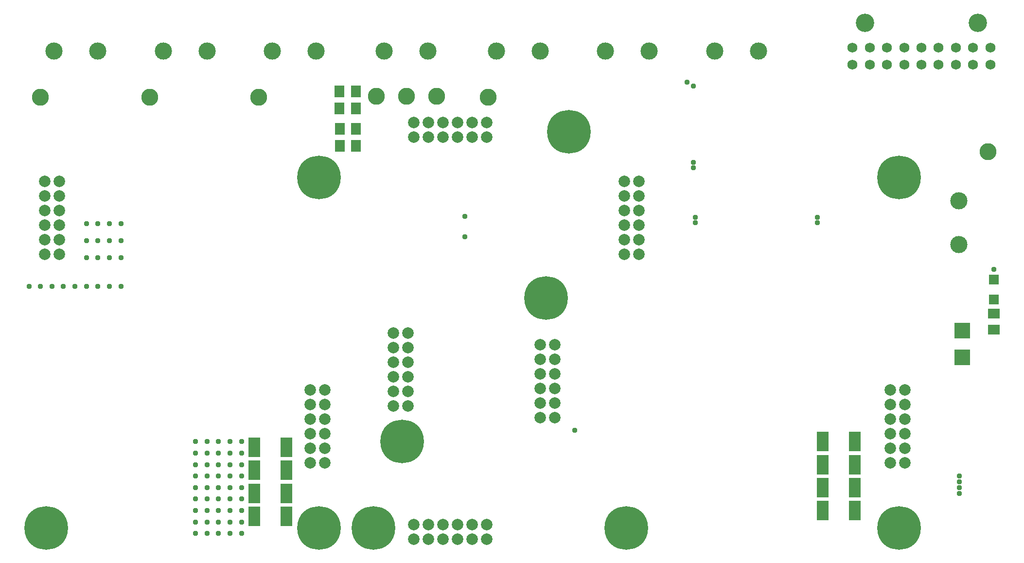
<source format=gbr>
G04 EAGLE Gerber RS-274X export*
G75*
%MOMM*%
%FSLAX34Y34*%
%LPD*%
%INSoldermask Top*%
%IPPOS*%
%AMOC8*
5,1,8,0,0,1.08239X$1,22.5*%
G01*
%ADD10C,2.984500*%
%ADD11C,1.733200*%
%ADD12C,3.203200*%
%ADD13R,1.803200X2.006200*%
%ADD14R,1.803200X2.003200*%
%ADD15R,2.743200X2.743200*%
%ADD16R,2.006200X1.803200*%
%ADD17R,1.703200X1.703200*%
%ADD18C,2.963200*%
%ADD19C,7.603200*%
%ADD20C,2.003200*%
%ADD21R,2.003200X3.403200*%
%ADD22C,0.959600*%


D10*
X330000Y880000D03*
X253800Y880000D03*
X910000Y880000D03*
X833800Y880000D03*
X140000Y880000D03*
X63800Y880000D03*
X1100000Y880000D03*
X1023800Y880000D03*
X520000Y880000D03*
X443800Y880000D03*
X1290000Y880000D03*
X1213800Y880000D03*
X1639000Y543000D03*
X1639000Y619200D03*
X715000Y880000D03*
X638800Y880000D03*
D11*
X1454000Y886500D03*
X1454000Y856500D03*
X1484000Y886500D03*
X1484000Y856500D03*
X1514000Y886500D03*
X1514000Y856500D03*
X1544000Y886500D03*
X1544000Y856500D03*
X1574000Y886500D03*
X1574000Y856500D03*
X1604000Y886500D03*
X1604000Y856500D03*
X1634000Y886500D03*
X1634000Y856500D03*
X1664000Y886500D03*
X1664000Y856500D03*
X1694000Y886500D03*
X1694000Y856500D03*
D12*
X1475600Y929500D03*
X1672400Y929500D03*
D13*
X589220Y810000D03*
X560780Y810000D03*
X589220Y780000D03*
X560780Y780000D03*
D14*
X561000Y745000D03*
X589000Y745000D03*
X561000Y715000D03*
X589000Y715000D03*
D15*
X1645000Y346505D03*
X1645000Y393495D03*
D16*
X1700000Y394780D03*
X1700000Y423220D03*
D17*
X1700000Y482500D03*
X1700000Y447500D03*
D18*
X40000Y800000D03*
X230000Y800000D03*
X820000Y800000D03*
X420000Y800000D03*
X625000Y801250D03*
X1690000Y705000D03*
X677500Y801250D03*
X730000Y801250D03*
D19*
X525000Y660000D03*
X525000Y50000D03*
X50000Y50000D03*
D20*
X47000Y653000D03*
X47000Y627600D03*
X47000Y602200D03*
X47000Y576800D03*
X47000Y551400D03*
X47000Y526000D03*
X72400Y653000D03*
X72400Y627600D03*
X72400Y602200D03*
X72400Y576800D03*
X72400Y551400D03*
X72400Y526000D03*
X510000Y290000D03*
X510000Y264600D03*
X510000Y239200D03*
X510000Y213800D03*
X510000Y188400D03*
X510000Y163000D03*
X535400Y290000D03*
X535400Y264600D03*
X535400Y239200D03*
X535400Y213800D03*
X535400Y188400D03*
X535400Y163000D03*
D19*
X1535000Y660000D03*
X1535000Y50000D03*
X1060000Y50000D03*
D20*
X1057000Y653000D03*
X1057000Y627600D03*
X1057000Y602200D03*
X1057000Y576800D03*
X1057000Y551400D03*
X1057000Y526000D03*
X1082400Y653000D03*
X1082400Y627600D03*
X1082400Y602200D03*
X1082400Y576800D03*
X1082400Y551400D03*
X1082400Y526000D03*
X1520000Y290000D03*
X1520000Y264600D03*
X1520000Y239200D03*
X1520000Y213800D03*
X1520000Y188400D03*
X1520000Y163000D03*
X1545400Y290000D03*
X1545400Y264600D03*
X1545400Y239200D03*
X1545400Y213800D03*
X1545400Y188400D03*
X1545400Y163000D03*
X910000Y242000D03*
X935400Y242000D03*
X910000Y267400D03*
X935400Y267400D03*
X910000Y292800D03*
X935400Y292800D03*
X910000Y318200D03*
X935400Y318200D03*
X910000Y343600D03*
X935400Y343600D03*
X910000Y369000D03*
X935400Y369000D03*
X680000Y389000D03*
X654600Y389000D03*
X680000Y363600D03*
X654600Y363600D03*
X680000Y338200D03*
X654600Y338200D03*
X680000Y312800D03*
X654600Y312800D03*
X680000Y287400D03*
X654600Y287400D03*
X680000Y262000D03*
X654600Y262000D03*
D19*
X920000Y450000D03*
X670000Y200000D03*
X620000Y50000D03*
X960000Y740000D03*
D20*
X690000Y30000D03*
X690000Y55400D03*
X715400Y30000D03*
X715400Y55400D03*
X740800Y30000D03*
X740800Y55400D03*
X766200Y30000D03*
X766200Y55400D03*
X791600Y30000D03*
X791600Y55400D03*
X817000Y30000D03*
X817000Y55400D03*
X690000Y730000D03*
X690000Y755400D03*
X715400Y730000D03*
X715400Y755400D03*
X740800Y730000D03*
X740800Y755400D03*
X766200Y730000D03*
X766200Y755400D03*
X791600Y730000D03*
X791600Y755400D03*
X817000Y730000D03*
X817000Y755400D03*
D21*
X1458000Y80000D03*
X1402000Y80000D03*
X1458000Y120000D03*
X1402000Y120000D03*
X1458000Y160000D03*
X1402000Y160000D03*
X1458000Y200000D03*
X1402000Y200000D03*
X468000Y70000D03*
X412000Y70000D03*
X468000Y110000D03*
X412000Y110000D03*
X468000Y150000D03*
X412000Y150000D03*
X468000Y190000D03*
X412000Y190000D03*
D22*
X1640000Y140000D03*
X1640000Y130000D03*
X1640000Y120000D03*
X1640000Y110000D03*
X970000Y220000D03*
X310000Y200000D03*
X310000Y180000D03*
X330000Y180000D03*
X330000Y200000D03*
X350000Y200000D03*
X350000Y180000D03*
X370000Y180000D03*
X370000Y200000D03*
X390000Y200000D03*
X390000Y180000D03*
X390000Y160000D03*
X370000Y160000D03*
X350000Y160000D03*
X330000Y160000D03*
X310000Y160000D03*
X310000Y140000D03*
X330000Y140000D03*
X350000Y140000D03*
X370000Y140000D03*
X390000Y140000D03*
X310000Y120000D03*
X330000Y120000D03*
X350000Y120000D03*
X370000Y120000D03*
X390000Y120000D03*
X310000Y100000D03*
X330000Y100000D03*
X350000Y100000D03*
X370000Y100000D03*
X390000Y100000D03*
X390000Y80000D03*
X370000Y80000D03*
X350000Y80000D03*
X330000Y80000D03*
X310000Y80000D03*
X310000Y60000D03*
X330000Y60000D03*
X350000Y60000D03*
X370000Y60000D03*
X390000Y60000D03*
X390000Y40000D03*
X370000Y40000D03*
X350000Y40000D03*
X330000Y40000D03*
X310000Y40000D03*
X120000Y520000D03*
X140000Y520000D03*
X160000Y520000D03*
X180000Y520000D03*
X180000Y550000D03*
X160000Y550000D03*
X140000Y550000D03*
X120000Y550000D03*
X120000Y470000D03*
X140000Y470000D03*
X160000Y470000D03*
X180000Y470000D03*
X100000Y470000D03*
X80000Y470000D03*
X60000Y470000D03*
X40000Y470000D03*
X20000Y470000D03*
X120000Y580000D03*
X140000Y580000D03*
X160000Y580000D03*
X180000Y580000D03*
X1700000Y500000D03*
X779000Y592000D03*
X779000Y557000D03*
X1177000Y819000D03*
X1177000Y686088D03*
X1166000Y826000D03*
X1177000Y677000D03*
X1180000Y590544D03*
X1393000Y590544D03*
X1180000Y581456D03*
X1393000Y581456D03*
M02*

</source>
